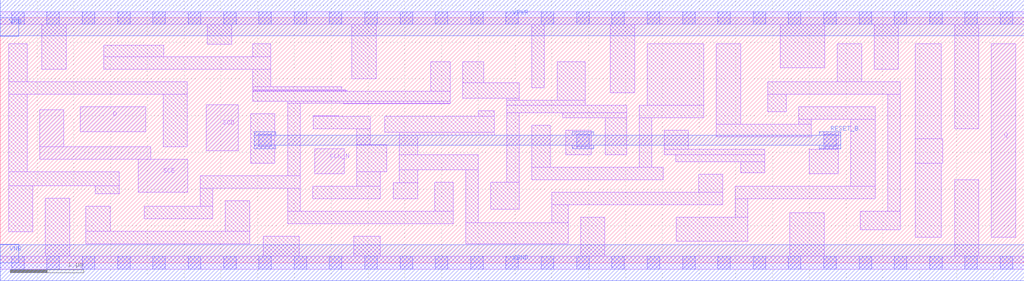
<source format=lef>
# Copyright 2020 The SkyWater PDK Authors
#
# Licensed under the Apache License, Version 2.0 (the "License");
# you may not use this file except in compliance with the License.
# You may obtain a copy of the License at
#
#     https://www.apache.org/licenses/LICENSE-2.0
#
# Unless required by applicable law or agreed to in writing, software
# distributed under the License is distributed on an "AS IS" BASIS,
# WITHOUT WARRANTIES OR CONDITIONS OF ANY KIND, either express or implied.
# See the License for the specific language governing permissions and
# limitations under the License.
#
# SPDX-License-Identifier: Apache-2.0

VERSION 5.5 ;
NAMESCASESENSITIVE ON ;
BUSBITCHARS "[]" ;
DIVIDERCHAR "/" ;
MACRO sky130_fd_sc_ms__sdfrtn_1
  CLASS CORE ;
  SOURCE USER ;
  ORIGIN  0.000000  0.000000 ;
  SIZE  13.92000 BY  3.330000 ;
  SYMMETRY X Y R90 ;
  SITE unit ;
  PIN D
    ANTENNAGATEAREA  0.159000 ;
    DIRECTION INPUT ;
    USE SIGNAL ;
    PORT
      LAYER li1 ;
        RECT 1.085000 1.780000 1.980000 2.120000 ;
    END
  END D
  PIN Q
    ANTENNADIFFAREA  0.546900 ;
    DIRECTION OUTPUT ;
    USE SIGNAL ;
    PORT
      LAYER li1 ;
        RECT 13.475000 0.350000 13.805000 2.980000 ;
    END
  END Q
  PIN RESET_B
    ANTENNAGATEAREA  0.411000 ;
    DIRECTION INPUT ;
    USE SIGNAL ;
    PORT
      LAYER met1 ;
        RECT  3.455000 1.550000  3.745000 1.595000 ;
        RECT  3.455000 1.595000 11.425000 1.735000 ;
        RECT  3.455000 1.735000  3.745000 1.780000 ;
        RECT  7.775000 1.550000  8.065000 1.595000 ;
        RECT  7.775000 1.735000  8.065000 1.780000 ;
        RECT 11.135000 1.550000 11.425000 1.595000 ;
        RECT 11.135000 1.735000 11.425000 1.780000 ;
    END
  END RESET_B
  PIN SCD
    ANTENNAGATEAREA  0.159000 ;
    DIRECTION INPUT ;
    USE SIGNAL ;
    PORT
      LAYER li1 ;
        RECT 2.800000 1.525000 3.235000 2.150000 ;
    END
  END SCD
  PIN SCE
    ANTENNAGATEAREA  0.318000 ;
    DIRECTION INPUT ;
    USE SIGNAL ;
    PORT
      LAYER li1 ;
        RECT 0.535000 1.410000 2.045000 1.580000 ;
        RECT 0.535000 1.580000 0.865000 2.080000 ;
        RECT 1.875000 0.955000 2.550000 1.410000 ;
    END
  END SCE
  PIN CLK_N
    ANTENNAGATEAREA  0.261000 ;
    DIRECTION INPUT ;
    USE CLOCK ;
    PORT
      LAYER li1 ;
        RECT 4.275000 1.210000 4.675000 1.550000 ;
    END
  END CLK_N
  PIN VGND
    DIRECTION INOUT ;
    USE GROUND ;
    PORT
      LAYER met1 ;
        RECT 0.000000 -0.245000 13.920000 0.245000 ;
    END
  END VGND
  PIN VNB
    DIRECTION INOUT ;
    USE GROUND ;
    PORT
      LAYER met1 ;
        RECT 0.000000 0.000000 0.250000 0.250000 ;
    END
  END VNB
  PIN VPB
    DIRECTION INOUT ;
    USE POWER ;
    PORT
      LAYER met1 ;
        RECT 0.000000 3.080000 0.250000 3.330000 ;
    END
  END VPB
  PIN VPWR
    DIRECTION INOUT ;
    USE POWER ;
    PORT
      LAYER met1 ;
        RECT 0.000000 3.085000 13.920000 3.575000 ;
    END
  END VPWR
  OBS
    LAYER li1 ;
      RECT  0.000000 -0.085000 13.920000 0.085000 ;
      RECT  0.000000  3.245000 13.920000 3.415000 ;
      RECT  0.115000  0.420000  0.445000 1.050000 ;
      RECT  0.115000  1.050000  1.620000 1.240000 ;
      RECT  0.115000  1.240000  0.365000 2.290000 ;
      RECT  0.115000  2.290000  2.545000 2.460000 ;
      RECT  0.115000  2.460000  0.365000 2.980000 ;
      RECT  0.565000  2.630000  0.895000 3.245000 ;
      RECT  0.615000  0.085000  0.945000 0.880000 ;
      RECT  1.165000  0.255000  3.390000 0.425000 ;
      RECT  1.165000  0.425000  1.495000 0.765000 ;
      RECT  1.290000  0.935000  1.620000 1.050000 ;
      RECT  1.405000  2.630000  3.680000 2.800000 ;
      RECT  1.405000  2.800000  2.220000 2.960000 ;
      RECT  1.955000  0.595000  2.890000 0.765000 ;
      RECT  2.215000  1.580000  2.545000 2.290000 ;
      RECT  2.720000  0.765000  2.890000 1.015000 ;
      RECT  2.720000  1.015000  4.075000 1.185000 ;
      RECT  2.815000  2.970000  3.145000 3.245000 ;
      RECT  3.060000  0.425000  3.390000 0.845000 ;
      RECT  3.405000  1.355000  3.735000 2.025000 ;
      RECT  3.430000  2.195000  6.115000 2.330000 ;
      RECT  3.430000  2.330000  4.720000 2.340000 ;
      RECT  3.430000  2.340000  4.700000 2.350000 ;
      RECT  3.430000  2.350000  4.645000 2.395000 ;
      RECT  3.430000  2.395000  3.680000 2.630000 ;
      RECT  3.430000  2.800000  3.680000 2.980000 ;
      RECT  3.575000  0.085000  4.065000 0.360000 ;
      RECT  3.905000  0.530000  6.155000 0.700000 ;
      RECT  3.905000  0.700000  4.075000 1.015000 ;
      RECT  3.905000  1.185000  4.075000 2.170000 ;
      RECT  3.905000  2.170000  6.115000 2.195000 ;
      RECT  4.245000  0.870000  5.165000 1.040000 ;
      RECT  4.255000  1.820000  5.030000 1.990000 ;
      RECT  4.255000  1.990000  4.600000 2.000000 ;
      RECT  4.660000  2.160000  6.115000 2.170000 ;
      RECT  4.780000  2.500000  5.110000 3.245000 ;
      RECT  4.805000  0.085000  5.165000 0.360000 ;
      RECT  4.845000  1.040000  5.165000 1.235000 ;
      RECT  4.845000  1.235000  5.255000 1.605000 ;
      RECT  4.845000  1.605000  5.030000 1.820000 ;
      RECT  5.230000  1.775000  6.715000 1.990000 ;
      RECT  5.345000  0.870000  5.675000 1.085000 ;
      RECT  5.425000  1.085000  5.675000 1.265000 ;
      RECT  5.425000  1.265000  6.495000 1.465000 ;
      RECT  5.425000  1.465000  5.675000 1.735000 ;
      RECT  5.425000  1.735000  6.715000 1.775000 ;
      RECT  5.855000  2.330000  6.115000 2.735000 ;
      RECT  5.905000  0.700000  6.155000 1.095000 ;
      RECT  6.285000  2.235000  7.055000 2.445000 ;
      RECT  6.285000  2.445000  6.570000 2.735000 ;
      RECT  6.325000  0.255000  7.720000 0.545000 ;
      RECT  6.325000  0.545000  6.495000 1.265000 ;
      RECT  6.495000  1.990000  6.715000 2.065000 ;
      RECT  6.665000  0.725000  7.055000 1.095000 ;
      RECT  6.885000  1.095000  7.055000 2.040000 ;
      RECT  6.885000  2.040000  8.520000 2.140000 ;
      RECT  6.885000  2.140000  7.950000 2.210000 ;
      RECT  6.885000  2.210000  7.055000 2.235000 ;
      RECT  7.225000  1.130000  9.010000 1.300000 ;
      RECT  7.225000  1.300000  7.475000 1.870000 ;
      RECT  7.225000  2.380000  7.395000 3.245000 ;
      RECT  7.495000  0.545000  7.720000 0.790000 ;
      RECT  7.495000  0.790000  9.825000 0.960000 ;
      RECT  7.575000  2.210000  7.950000 2.735000 ;
      RECT  7.645000  1.970000  8.520000 2.040000 ;
      RECT  7.685000  1.470000  8.035000 1.800000 ;
      RECT  7.890000  0.085000  8.220000 0.620000 ;
      RECT  8.225000  1.470000  8.520000 1.970000 ;
      RECT  8.295000  2.310000  8.625000 3.245000 ;
      RECT  8.690000  1.300000  8.860000 1.970000 ;
      RECT  8.690000  1.970000  9.565000 2.140000 ;
      RECT  8.795000  2.140000  9.565000 2.980000 ;
      RECT  9.030000  1.470000 10.395000 1.540000 ;
      RECT  9.030000  1.540000  9.350000 1.800000 ;
      RECT  9.180000  1.370000 10.395000 1.470000 ;
      RECT  9.190000  0.290000 10.165000 0.620000 ;
      RECT  9.495000  0.960000  9.825000 1.200000 ;
      RECT  9.735000  1.710000 11.025000 1.880000 ;
      RECT  9.735000  1.880000 10.065000 2.980000 ;
      RECT  9.995000  0.620000 10.165000 0.870000 ;
      RECT  9.995000  0.870000 11.895000 1.040000 ;
      RECT 10.065000  1.225000 10.395000 1.370000 ;
      RECT 10.435000  2.050000 10.685000 2.290000 ;
      RECT 10.435000  2.290000 12.235000 2.460000 ;
      RECT 10.605000  2.650000 11.210000 3.245000 ;
      RECT 10.730000  0.085000 11.200000 0.680000 ;
      RECT 10.855000  1.880000 11.025000 1.950000 ;
      RECT 10.855000  1.950000 11.895000 2.120000 ;
      RECT 10.995000  1.210000 11.395000 1.540000 ;
      RECT 11.195000  1.540000 11.395000 1.780000 ;
      RECT 11.380000  2.460000 11.710000 2.980000 ;
      RECT 11.565000  1.040000 11.895000 1.950000 ;
      RECT 11.690000  0.450000 12.235000 0.700000 ;
      RECT 11.880000  2.630000 12.210000 3.245000 ;
      RECT 12.065000  0.700000 12.235000 2.290000 ;
      RECT 12.440000  0.350000 12.795000 1.355000 ;
      RECT 12.440000  1.355000 12.810000 1.685000 ;
      RECT 12.440000  1.685000 12.795000 2.980000 ;
      RECT 12.975000  0.085000 13.305000 1.130000 ;
      RECT 12.975000  1.820000 13.305000 3.245000 ;
    LAYER mcon ;
      RECT  0.155000 -0.085000  0.325000 0.085000 ;
      RECT  0.155000  3.245000  0.325000 3.415000 ;
      RECT  0.635000 -0.085000  0.805000 0.085000 ;
      RECT  0.635000  3.245000  0.805000 3.415000 ;
      RECT  1.115000 -0.085000  1.285000 0.085000 ;
      RECT  1.115000  3.245000  1.285000 3.415000 ;
      RECT  1.595000 -0.085000  1.765000 0.085000 ;
      RECT  1.595000  3.245000  1.765000 3.415000 ;
      RECT  2.075000 -0.085000  2.245000 0.085000 ;
      RECT  2.075000  3.245000  2.245000 3.415000 ;
      RECT  2.555000 -0.085000  2.725000 0.085000 ;
      RECT  2.555000  3.245000  2.725000 3.415000 ;
      RECT  3.035000 -0.085000  3.205000 0.085000 ;
      RECT  3.035000  3.245000  3.205000 3.415000 ;
      RECT  3.515000 -0.085000  3.685000 0.085000 ;
      RECT  3.515000  1.580000  3.685000 1.750000 ;
      RECT  3.515000  3.245000  3.685000 3.415000 ;
      RECT  3.995000 -0.085000  4.165000 0.085000 ;
      RECT  3.995000  3.245000  4.165000 3.415000 ;
      RECT  4.475000 -0.085000  4.645000 0.085000 ;
      RECT  4.475000  3.245000  4.645000 3.415000 ;
      RECT  4.955000 -0.085000  5.125000 0.085000 ;
      RECT  4.955000  3.245000  5.125000 3.415000 ;
      RECT  5.435000 -0.085000  5.605000 0.085000 ;
      RECT  5.435000  3.245000  5.605000 3.415000 ;
      RECT  5.915000 -0.085000  6.085000 0.085000 ;
      RECT  5.915000  3.245000  6.085000 3.415000 ;
      RECT  6.395000 -0.085000  6.565000 0.085000 ;
      RECT  6.395000  3.245000  6.565000 3.415000 ;
      RECT  6.875000 -0.085000  7.045000 0.085000 ;
      RECT  6.875000  3.245000  7.045000 3.415000 ;
      RECT  7.355000 -0.085000  7.525000 0.085000 ;
      RECT  7.355000  3.245000  7.525000 3.415000 ;
      RECT  7.835000 -0.085000  8.005000 0.085000 ;
      RECT  7.835000  1.580000  8.005000 1.750000 ;
      RECT  7.835000  3.245000  8.005000 3.415000 ;
      RECT  8.315000 -0.085000  8.485000 0.085000 ;
      RECT  8.315000  3.245000  8.485000 3.415000 ;
      RECT  8.795000 -0.085000  8.965000 0.085000 ;
      RECT  8.795000  3.245000  8.965000 3.415000 ;
      RECT  9.275000 -0.085000  9.445000 0.085000 ;
      RECT  9.275000  3.245000  9.445000 3.415000 ;
      RECT  9.755000 -0.085000  9.925000 0.085000 ;
      RECT  9.755000  3.245000  9.925000 3.415000 ;
      RECT 10.235000 -0.085000 10.405000 0.085000 ;
      RECT 10.235000  3.245000 10.405000 3.415000 ;
      RECT 10.715000 -0.085000 10.885000 0.085000 ;
      RECT 10.715000  3.245000 10.885000 3.415000 ;
      RECT 11.195000 -0.085000 11.365000 0.085000 ;
      RECT 11.195000  1.580000 11.365000 1.750000 ;
      RECT 11.195000  3.245000 11.365000 3.415000 ;
      RECT 11.675000 -0.085000 11.845000 0.085000 ;
      RECT 11.675000  3.245000 11.845000 3.415000 ;
      RECT 12.155000 -0.085000 12.325000 0.085000 ;
      RECT 12.155000  3.245000 12.325000 3.415000 ;
      RECT 12.635000 -0.085000 12.805000 0.085000 ;
      RECT 12.635000  3.245000 12.805000 3.415000 ;
      RECT 13.115000 -0.085000 13.285000 0.085000 ;
      RECT 13.115000  3.245000 13.285000 3.415000 ;
      RECT 13.595000 -0.085000 13.765000 0.085000 ;
      RECT 13.595000  3.245000 13.765000 3.415000 ;
  END
END sky130_fd_sc_ms__sdfrtn_1

</source>
